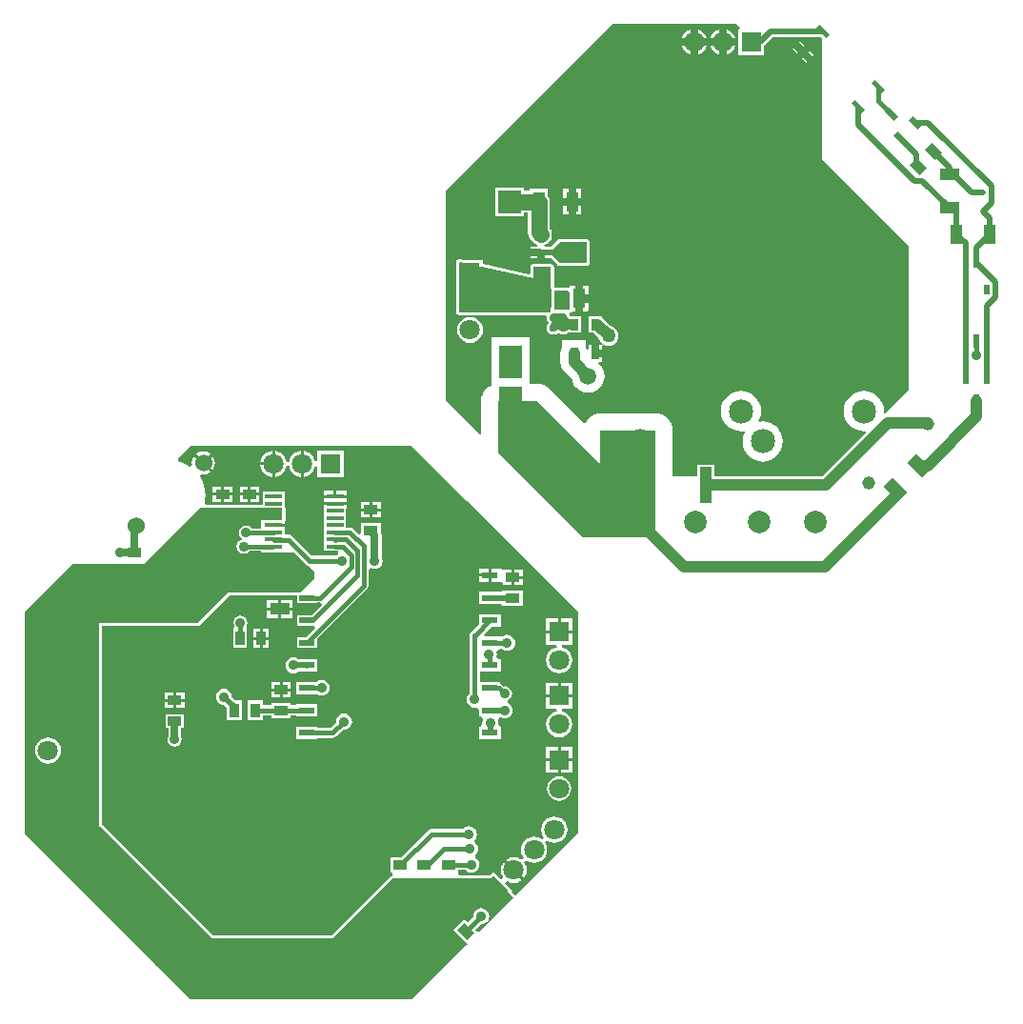
<source format=gbl>
G04 Layer_Physical_Order=2*
G04 Layer_Color=16711680*
%FSLAX44Y44*%
%MOMM*%
G71*
G01*
G75*
%ADD10R,1.8034X1.1120*%
%ADD11C,0.4000*%
%ADD12C,1.0000*%
%ADD13C,0.5000*%
%ADD14C,0.7000*%
%ADD16R,1.8000X1.8000*%
%ADD17C,1.8000*%
%ADD18C,1.5240*%
%ADD19R,1.8000X1.8000*%
%ADD20P,2.5456X4X90.0*%
%ADD21C,1.1684*%
%ADD22C,2.0000*%
%ADD23C,2.1590*%
%ADD24R,2.0000X2.0000*%
%ADD25R,2.0000X3.0000*%
%ADD26C,0.9000*%
%ADD27C,1.5000*%
%ADD28C,0.7000*%
%ADD29C,1.2700*%
%ADD30R,0.8580X1.2446*%
%ADD31R,1.2446X0.8580*%
G04:AMPARAMS|DCode=32|XSize=0.858mm|YSize=1.2446mm|CornerRadius=0mm|HoleSize=0mm|Usage=FLASHONLY|Rotation=225.000|XOffset=0mm|YOffset=0mm|HoleType=Round|Shape=Rectangle|*
%AMROTATEDRECTD32*
4,1,4,-0.1367,0.7434,0.7434,-0.1367,0.1367,-0.7434,-0.7434,0.1367,-0.1367,0.7434,0.0*
%
%ADD32ROTATEDRECTD32*%

%ADD33R,1.4000X0.6000*%
%ADD34R,1.5250X0.4350*%
G04:AMPARAMS|DCode=35|XSize=1.208mm|YSize=0.4564mm|CornerRadius=0mm|HoleSize=0mm|Usage=FLASHONLY|Rotation=135.000|XOffset=0mm|YOffset=0mm|HoleType=Round|Shape=Rectangle|*
%AMROTATEDRECTD35*
4,1,4,0.5885,-0.2657,0.2657,-0.5885,-0.5885,0.2657,-0.2657,0.5885,0.5885,-0.2657,0.0*
%
%ADD35ROTATEDRECTD35*%

G04:AMPARAMS|DCode=36|XSize=1.112mm|YSize=1.8034mm|CornerRadius=0mm|HoleSize=0mm|Usage=FLASHONLY|Rotation=45.000|XOffset=0mm|YOffset=0mm|HoleType=Round|Shape=Rectangle|*
%AMROTATEDRECTD36*
4,1,4,0.2445,-1.0308,-1.0308,0.2445,-0.2445,1.0308,1.0308,-0.2445,0.2445,-1.0308,0.0*
%
%ADD36ROTATEDRECTD36*%

%ADD37R,1.0128X3.2004*%
%ADD38R,0.7000X1.0000*%
%ADD39R,1.1120X1.8034*%
%ADD40R,1.3938X0.4826*%
%ADD41R,1.3938X0.5588*%
%ADD42R,0.5588X0.9144*%
G04:AMPARAMS|DCode=43|XSize=0.5426mm|YSize=1.1572mm|CornerRadius=0mm|HoleSize=0mm|Usage=FLASHONLY|Rotation=225.000|XOffset=0mm|YOffset=0mm|HoleType=Round|Shape=Rectangle|*
%AMROTATEDRECTD43*
4,1,4,-0.2173,0.6010,0.6010,-0.2173,0.2173,-0.6010,-0.6010,0.2173,-0.2173,0.6010,0.0*
%
%ADD43ROTATEDRECTD43*%

%ADD44R,0.5680X1.2588*%
%ADD45R,0.3556X0.4032*%
%ADD46C,1.4000*%
G36*
X513900Y482100D02*
X514730Y481270D01*
X516000Y480000D01*
X516000Y481000D01*
X516000Y481796D01*
Y481796D01*
Y481796D01*
X516000D01*
Y510000D01*
X565000D01*
Y417000D01*
Y415000D01*
X500000D01*
X425000Y490000D01*
Y536000D01*
X460000D01*
X513900Y482100D01*
D02*
G37*
G36*
X639690Y867810D02*
X639252Y866540D01*
X638460D01*
Y843460D01*
X661540D01*
Y851304D01*
X661634Y851366D01*
X669302Y859034D01*
X712396D01*
X712750Y858681D01*
X712750Y751250D01*
X789766Y674234D01*
X789766Y546016D01*
X768901Y525150D01*
X767752Y525694D01*
X767881Y527000D01*
X767538Y530488D01*
X766520Y533843D01*
X764868Y536934D01*
X762644Y539644D01*
X759934Y541868D01*
X756843Y543520D01*
X753488Y544538D01*
X750000Y544881D01*
X746512Y544538D01*
X743157Y543520D01*
X740066Y541868D01*
X737356Y539644D01*
X735132Y536934D01*
X733480Y533843D01*
X732462Y530488D01*
X732119Y527000D01*
X732462Y523512D01*
X733480Y520157D01*
X735132Y517066D01*
X737356Y514356D01*
X740066Y512132D01*
X743157Y510480D01*
X746512Y509462D01*
X750000Y509119D01*
X751307Y509248D01*
X751850Y508099D01*
X712750Y469000D01*
X617544D01*
Y479542D01*
X602336D01*
Y469000D01*
X580073D01*
Y510000D01*
X579783Y512940D01*
X578925Y515768D01*
X577532Y518374D01*
X575658Y520658D01*
X573374Y522532D01*
X570768Y523925D01*
X567940Y524783D01*
X565000Y525073D01*
X516000D01*
X513060Y524783D01*
X510232Y523925D01*
X507626Y522532D01*
X505342Y520658D01*
X503468Y518374D01*
X502517Y516595D01*
X500954Y516362D01*
X470658Y546658D01*
X468374Y548532D01*
X465768Y549925D01*
X462940Y550783D01*
X460000Y551073D01*
X453000D01*
Y593000D01*
X419000D01*
Y549801D01*
X416626Y548532D01*
X414342Y546658D01*
X412468Y544374D01*
X411075Y541768D01*
X410217Y538941D01*
X409927Y536000D01*
Y506732D01*
X408754Y506246D01*
X378885Y536115D01*
Y723391D01*
X526609Y871115D01*
X636385D01*
X639690Y867810D01*
D02*
G37*
G36*
X233250Y440750D02*
Y429750D01*
X214500Y429750D01*
Y422868D01*
X205985D01*
X205529Y423551D01*
X203461Y424932D01*
X201022Y425418D01*
X198584Y424932D01*
X196516Y423551D01*
X195135Y421484D01*
X194650Y419045D01*
X195135Y416606D01*
X196516Y414539D01*
X197183Y414093D01*
X196915Y412745D01*
X196374Y412637D01*
X194307Y411256D01*
X192925Y409189D01*
X192440Y406750D01*
X192925Y404311D01*
X194307Y402244D01*
X196374Y400863D01*
X198813Y400378D01*
X201251Y400863D01*
X203319Y402244D01*
X203775Y402926D01*
X214500D01*
Y401500D01*
X243454Y401500D01*
X254227Y390727D01*
X254227Y390727D01*
X255729Y389723D01*
X256217Y389626D01*
X262000Y383843D01*
Y377375D01*
X249168Y366000D01*
X185000D01*
X157309Y338309D01*
X70250D01*
Y158632D01*
X170882Y58000D01*
X278000Y58000D01*
X331391Y111391D01*
X421609Y111391D01*
X438753Y94247D01*
X408493Y63987D01*
X406720Y64010D01*
X404638Y66092D01*
X409510Y70964D01*
X410000Y70899D01*
X411838Y71141D01*
X413550Y71851D01*
X415021Y72979D01*
X416149Y74450D01*
X416859Y76162D01*
X417101Y78000D01*
X416859Y79838D01*
X416149Y81550D01*
X415021Y83021D01*
X413550Y84149D01*
X411838Y84859D01*
X410000Y85101D01*
X408162Y84859D01*
X406450Y84149D01*
X404979Y83021D01*
X403851Y81550D01*
X403141Y79838D01*
X402899Y78000D01*
X402964Y77510D01*
X398092Y72639D01*
X395169Y75562D01*
X385510Y65903D01*
X397061Y54351D01*
X397903Y53510D01*
X397085Y52579D01*
X348391Y3885D01*
X151609D01*
X121497Y33997D01*
X3885Y151609D01*
Y348391D01*
X46994Y391500D01*
X110346D01*
X140782Y421935D01*
X142042Y422777D01*
X160014Y440750D01*
X203500Y440750D01*
X233250Y440750D01*
D02*
G37*
G36*
X397253Y447253D02*
X397253Y447253D01*
X398513Y446411D01*
X398608Y446392D01*
X446392Y398608D01*
X446411Y398513D01*
X447253Y397253D01*
X447253Y397253D01*
X496115Y348391D01*
Y151609D01*
X440584Y96078D01*
X436491Y100171D01*
X437360Y101039D01*
X430817Y107582D01*
X432469Y109466D01*
X433180Y108920D01*
X435988Y107757D01*
X439000Y107360D01*
X442013Y107757D01*
X444820Y108920D01*
X446214Y109990D01*
X438102Y118102D01*
X429990Y126214D01*
X428920Y124820D01*
X427757Y122013D01*
X427360Y119000D01*
X427757Y115987D01*
X428920Y113180D01*
X429466Y112469D01*
X427582Y110817D01*
X421040Y117360D01*
X417660Y113980D01*
X389925D01*
X389763Y116480D01*
Y119371D01*
X395678D01*
X395979Y118979D01*
X397450Y117851D01*
X399162Y117141D01*
X401000Y116899D01*
X402838Y117141D01*
X404550Y117851D01*
X406021Y118979D01*
X407149Y120450D01*
X407859Y122162D01*
X408101Y124000D01*
X407859Y125838D01*
X407149Y127550D01*
X406021Y129021D01*
X404958Y129837D01*
X404657Y131538D01*
X404751Y132772D01*
X405021Y132979D01*
X406149Y134450D01*
X406859Y136162D01*
X407101Y138000D01*
X406859Y139838D01*
X406149Y141550D01*
X405021Y143021D01*
X404647Y143308D01*
X404101Y145639D01*
X404418Y146496D01*
X405149Y147450D01*
X405859Y149162D01*
X406101Y151000D01*
X405859Y152838D01*
X405149Y154550D01*
X404021Y156021D01*
X402550Y157149D01*
X400838Y157859D01*
X399000Y158101D01*
X397162Y157859D01*
X395450Y157149D01*
X393979Y156021D01*
X393678Y155629D01*
X365750D01*
X363979Y155277D01*
X362477Y154273D01*
X362477Y154273D01*
X338277Y130073D01*
X329237D01*
Y116413D01*
X330806D01*
X331052Y113913D01*
X330400Y113783D01*
X329559Y113222D01*
X276927Y60590D01*
X171954Y60590D01*
X72840Y159704D01*
Y335719D01*
X157309D01*
X158300Y335916D01*
X159140Y336478D01*
X186073Y363410D01*
X246250D01*
Y356254D01*
X263750D01*
Y357177D01*
X266417D01*
X267124Y357317D01*
X268356Y355013D01*
X259097Y345754D01*
X246250D01*
Y336254D01*
X261311D01*
X262347Y333754D01*
X254347Y325754D01*
X246250D01*
Y316254D01*
X263750D01*
Y324343D01*
X308454Y369046D01*
X309282Y370287D01*
X309573Y371750D01*
Y386331D01*
X310757Y387177D01*
X312073Y387696D01*
X313412Y387141D01*
X315250Y386899D01*
X317088Y387141D01*
X318800Y387851D01*
X320271Y388979D01*
X321399Y390450D01*
X322109Y392162D01*
X322351Y394000D01*
X322109Y395838D01*
X321408Y397529D01*
Y416750D01*
X320939Y419107D01*
X320763Y419371D01*
Y427587D01*
X303237D01*
Y418187D01*
X300927Y417230D01*
X295974Y422184D01*
X294733Y423013D01*
X293270Y423303D01*
X289245D01*
Y436105D01*
X289245D01*
Y440165D01*
X290035D01*
Y443610D01*
X269705D01*
Y440165D01*
X270495D01*
Y434595D01*
X270495D01*
Y428255D01*
Y421895D01*
Y415555D01*
Y409195D01*
Y402855D01*
X282449D01*
X282946Y400355D01*
X282450Y400149D01*
X280979Y399021D01*
X280678Y398629D01*
X259417D01*
X242068Y415978D01*
X240566Y416982D01*
X238795Y417334D01*
X238795Y417334D01*
X235005D01*
Y421105D01*
X235795D01*
Y424550D01*
X225630D01*
Y427090D01*
X235795D01*
Y429525D01*
X235840Y429750D01*
Y440750D01*
X235643Y441741D01*
X235081Y442581D01*
X235005Y442632D01*
Y455145D01*
X216255D01*
Y443340D01*
X203500Y443340D01*
X165816Y443340D01*
X165336Y443854D01*
X164254Y445988D01*
X164475Y446908D01*
X164595Y448432D01*
X164858Y451776D01*
X164475Y456644D01*
X163335Y461392D01*
X161467Y465903D01*
X159697Y468792D01*
X159720Y468876D01*
X161289Y470978D01*
X163000Y470752D01*
X165652Y471101D01*
X168124Y472125D01*
X169230Y472974D01*
X162102Y480102D01*
X154974Y487230D01*
X154125Y486124D01*
X153102Y483652D01*
X152752Y481000D01*
X152976Y479304D01*
X150840Y477724D01*
X150792Y477710D01*
X147868Y479502D01*
X143356Y481371D01*
X141118Y481908D01*
X140340Y484666D01*
X151789Y496115D01*
X348391D01*
X397253Y447253D01*
D02*
G37*
%LPC*%
G36*
X595700Y866041D02*
X593380Y865080D01*
X590970Y863230D01*
X589120Y860820D01*
X588159Y858500D01*
X595700D01*
Y866041D01*
D02*
G37*
G36*
X447540Y725540D02*
X422460D01*
Y700460D01*
X447540D01*
Y703378D01*
X451420D01*
Y685735D01*
X451748Y683245D01*
X452146Y682283D01*
X452709Y680924D01*
X453568Y679804D01*
Y678747D01*
X454422D01*
X456273Y676896D01*
X458266Y675367D01*
X460107Y674604D01*
X459855Y673334D01*
X453568D01*
Y671500D01*
X463077D01*
Y668000D01*
X466577D01*
Y662666D01*
X469796D01*
X470046Y662616D01*
X472469D01*
X477800Y656848D01*
X477842Y656818D01*
X477871Y656775D01*
X478249Y656522D01*
X478618Y656254D01*
X478668Y656242D01*
X478711Y656213D01*
X479157Y656125D01*
X479600Y656018D01*
X479651Y656026D01*
X479702Y656016D01*
X504026D01*
X505017Y656213D01*
X505857Y656775D01*
X506419Y657615D01*
X506616Y658606D01*
Y677394D01*
X506419Y678385D01*
X505857Y679225D01*
X505017Y679787D01*
X504026Y679984D01*
X479702D01*
X479677Y679979D01*
X479652Y679983D01*
X479183Y679881D01*
X478711Y679787D01*
X478690Y679772D01*
X478665Y679767D01*
X478271Y679492D01*
X477871Y679225D01*
X477857Y679204D01*
X477836Y679190D01*
X472250Y673384D01*
X470046D01*
X469796Y673334D01*
X466299D01*
X466046Y674604D01*
X467888Y675367D01*
X469881Y676896D01*
X471301Y678747D01*
X472586D01*
Y682839D01*
X472699Y683700D01*
X472586Y684561D01*
Y688653D01*
X471301D01*
X470664Y689483D01*
Y713000D01*
X470336Y715490D01*
X469375Y717811D01*
X469142Y718115D01*
Y724557D01*
X452942D01*
Y722622D01*
X447540D01*
Y725540D01*
D02*
G37*
G36*
X391281Y662348D02*
X390920Y662317D01*
X390556Y662327D01*
X390420Y662275D01*
X390275Y662263D01*
X389952Y662096D01*
X389613Y661966D01*
X389507Y661866D01*
X389377Y661798D01*
X389053Y661540D01*
X388460D01*
Y661067D01*
X388384Y661006D01*
X388290Y660894D01*
X388169Y660813D01*
X387967Y660511D01*
X387733Y660234D01*
X387688Y660095D01*
X387607Y659973D01*
X387537Y659617D01*
X387426Y659271D01*
X387439Y659125D01*
X387410Y658982D01*
Y615000D01*
X387607Y614009D01*
X388169Y613169D01*
X389009Y612607D01*
X390000Y612410D01*
X467026D01*
X468069Y611140D01*
X467842Y610000D01*
X468310Y607643D01*
X469645Y605645D01*
Y605355D01*
X468310Y603357D01*
X467842Y601000D01*
X468310Y598643D01*
X469645Y596645D01*
X471643Y595310D01*
X474000Y594842D01*
X476357Y595310D01*
X478355Y596645D01*
X478645D01*
X480643Y595310D01*
X483000Y594842D01*
X485357Y595310D01*
X487137Y596500D01*
X495960D01*
Y596460D01*
X498500D01*
Y596499D01*
X498501D01*
Y604000D01*
Y611501D01*
X498500D01*
Y611540D01*
X495960D01*
Y611500D01*
X488860D01*
X488689Y612357D01*
X488166Y613140D01*
X488845Y614410D01*
X488858D01*
X489849Y614607D01*
X490689Y615169D01*
X490872Y615443D01*
X493458D01*
Y627000D01*
Y638557D01*
X488858D01*
Y637341D01*
X488626Y637087D01*
X487588Y636473D01*
X487000Y636590D01*
X475142D01*
Y638557D01*
X474590D01*
Y655000D01*
X474393Y655991D01*
X473831Y656831D01*
X472991Y657393D01*
X472000Y657590D01*
X456000D01*
X455009Y657393D01*
X454800Y657253D01*
X453568D01*
Y655793D01*
X453410Y655000D01*
Y649262D01*
X452418Y648470D01*
X411540Y657760D01*
Y661540D01*
X394910D01*
X391567Y662300D01*
X391421Y662304D01*
X391281Y662348D01*
D02*
G37*
G36*
X487458Y709500D02*
X482858D01*
Y701443D01*
X487458D01*
Y709500D01*
D02*
G37*
G36*
X459577Y664500D02*
X453568D01*
Y662666D01*
X459577D01*
Y664500D01*
D02*
G37*
G36*
X602700Y866041D02*
Y858500D01*
X610241D01*
X609280Y860820D01*
X607430Y863230D01*
X605020Y865080D01*
X602700Y866041D01*
D02*
G37*
G36*
X513000Y611605D02*
X512202Y611500D01*
X508040D01*
Y611540D01*
X505500D01*
Y611501D01*
X505499D01*
Y604798D01*
X505395Y604000D01*
X505499Y603202D01*
Y596499D01*
X505500D01*
Y596460D01*
X508040D01*
Y596500D01*
X509745D01*
X514305Y591940D01*
X514339Y591679D01*
X515235Y589517D01*
X516660Y587660D01*
X518033Y586606D01*
X517336Y585540D01*
X516335Y585540D01*
X515000D01*
Y581500D01*
X517540D01*
Y584307D01*
X517540Y585383D01*
X518517Y586235D01*
X519110Y585989D01*
X520679Y585339D01*
X523000Y585033D01*
X525321Y585339D01*
X527483Y586235D01*
X529340Y587660D01*
X530765Y589517D01*
X531661Y591679D01*
X531967Y594000D01*
X531661Y596321D01*
X530765Y598483D01*
X529340Y600340D01*
X527483Y601765D01*
X525321Y602661D01*
X525060Y602696D01*
X518378Y609378D01*
X517500Y610051D01*
Y611500D01*
X513798D01*
X513000Y611605D01*
D02*
G37*
G36*
X505058Y623500D02*
X500458D01*
Y615443D01*
X505058D01*
Y623500D01*
D02*
G37*
G36*
Y638557D02*
X500458D01*
Y630500D01*
X505058D01*
Y638557D01*
D02*
G37*
G36*
X621100Y866041D02*
X618780Y865080D01*
X616370Y863230D01*
X614520Y860820D01*
X613559Y858500D01*
X621100D01*
Y866041D01*
D02*
G37*
G36*
X499058Y709500D02*
X494458D01*
Y701443D01*
X499058D01*
Y709500D01*
D02*
G37*
G36*
X610241Y851500D02*
X602700D01*
Y843959D01*
X605020Y844920D01*
X607430Y846770D01*
X609280Y849180D01*
X610241Y851500D01*
D02*
G37*
G36*
X621100D02*
X613559D01*
X614520Y849180D01*
X616370Y846770D01*
X618780Y844920D01*
X621100Y843959D01*
Y851500D01*
D02*
G37*
G36*
X635641D02*
X628100D01*
Y843959D01*
X630420Y844920D01*
X632830Y846770D01*
X634680Y849180D01*
X635641Y851500D01*
D02*
G37*
G36*
X693459Y855689D02*
X692524Y854754D01*
X696117Y851162D01*
X697051Y852097D01*
X693459Y855689D01*
D02*
G37*
G36*
X687575Y849805D02*
X686640Y848870D01*
X690232Y845278D01*
X691167Y846212D01*
X687575Y849805D01*
D02*
G37*
G36*
X499058Y724557D02*
X494458D01*
Y716500D01*
X499058D01*
Y724557D01*
D02*
G37*
G36*
X487458D02*
X482858D01*
Y716500D01*
X487458D01*
Y724557D01*
D02*
G37*
G36*
X696117Y841263D02*
X695182Y840328D01*
X698774Y836736D01*
X699709Y837671D01*
X696117Y841263D01*
D02*
G37*
G36*
X595700Y851500D02*
X588159D01*
X589120Y849180D01*
X590970Y846770D01*
X593380Y844920D01*
X595700Y843959D01*
Y851500D01*
D02*
G37*
G36*
X702001Y847147D02*
X701066Y846212D01*
X704658Y842620D01*
X705593Y843555D01*
X702001Y847147D01*
D02*
G37*
G36*
X628100Y866041D02*
Y858500D01*
X635641D01*
X634680Y860820D01*
X632830Y863230D01*
X630420Y865080D01*
X628100Y866041D01*
D02*
G37*
G36*
X640800Y544881D02*
X637312Y544538D01*
X633957Y543520D01*
X630866Y541868D01*
X628156Y539644D01*
X625932Y536934D01*
X624280Y533843D01*
X623262Y530488D01*
X622919Y527000D01*
X623262Y523512D01*
X624280Y520157D01*
X625932Y517066D01*
X628156Y514356D01*
X630866Y512132D01*
X633957Y510480D01*
X637312Y509462D01*
X640800Y509119D01*
X643604Y509395D01*
X644404Y508198D01*
X643680Y506843D01*
X642663Y503488D01*
X642319Y500000D01*
X642663Y496511D01*
X643680Y493157D01*
X645332Y490066D01*
X647556Y487356D01*
X650266Y485132D01*
X653357Y483480D01*
X656712Y482462D01*
X660200Y482119D01*
X663688Y482462D01*
X667043Y483480D01*
X670134Y485132D01*
X672844Y487356D01*
X675068Y490066D01*
X676720Y493157D01*
X677738Y496511D01*
X678081Y500000D01*
X677738Y503488D01*
X676720Y506843D01*
X675068Y509934D01*
X672844Y512644D01*
X670134Y514868D01*
X667043Y516520D01*
X663688Y517537D01*
X660200Y517881D01*
X657396Y517605D01*
X656596Y518802D01*
X657320Y520157D01*
X658337Y523512D01*
X658681Y527000D01*
X658337Y530488D01*
X657320Y533843D01*
X655668Y536934D01*
X653444Y539644D01*
X650734Y541868D01*
X647643Y543520D01*
X644288Y544538D01*
X640800Y544881D01*
D02*
G37*
G36*
X400000Y610840D02*
X396987Y610443D01*
X394180Y609280D01*
X391770Y607430D01*
X389920Y605020D01*
X388757Y602212D01*
X388360Y599200D01*
X388757Y596188D01*
X389920Y593380D01*
X391770Y590970D01*
X394180Y589120D01*
X396987Y587957D01*
X400000Y587560D01*
X403013Y587957D01*
X405820Y589120D01*
X408230Y590970D01*
X410080Y593380D01*
X411243Y596188D01*
X411640Y599200D01*
X411243Y602212D01*
X410080Y605020D01*
X408230Y607430D01*
X405820Y609280D01*
X403013Y610443D01*
X400000Y610840D01*
D02*
G37*
G36*
X492500Y590104D02*
X491713Y590000D01*
X482000D01*
Y584008D01*
X480809Y581133D01*
X480396Y578000D01*
Y570500D01*
X480809Y567367D01*
X482018Y564448D01*
X483941Y561941D01*
X490752Y555130D01*
X490873Y554215D01*
X492334Y550687D01*
X494658Y547659D01*
X497687Y545334D01*
X501214Y543873D01*
X505000Y543375D01*
X508785Y543873D01*
X512312Y545334D01*
X515341Y547659D01*
X517665Y550687D01*
X519127Y554215D01*
X519625Y558000D01*
X519127Y561785D01*
X517665Y565313D01*
X515341Y568341D01*
X514148Y569257D01*
X514556Y570460D01*
X517540D01*
Y574500D01*
X511500D01*
Y578000D01*
X508000D01*
Y585540D01*
X505460D01*
Y581224D01*
X504191Y581133D01*
X503000Y584008D01*
Y590000D01*
X493287D01*
X492500Y590104D01*
D02*
G37*
%LPD*%
G36*
X504026Y658606D02*
X479702D01*
X473602Y665206D01*
X470046D01*
Y670794D01*
X473352D01*
X479702Y677394D01*
X504026D01*
Y658606D01*
D02*
G37*
G36*
X456000Y645000D02*
Y655000D01*
X472000D01*
Y634000D01*
Y615760D01*
X471643Y615690D01*
X470611Y615000D01*
X390000D01*
Y658982D01*
X390993Y659774D01*
X456000Y645000D01*
D02*
G37*
G36*
X484000Y614000D02*
X485775Y612225D01*
X485867Y612053D01*
X486013Y611702D01*
X486250Y611346D01*
X486320Y610995D01*
X486418Y610759D01*
X486467Y610509D01*
X486609Y610297D01*
X486707Y610061D01*
X486887Y609881D01*
X487029Y609669D01*
X487241Y609527D01*
X487421Y609347D01*
X487657Y609249D01*
X487869Y609107D01*
X488119Y609058D01*
X488355Y608960D01*
X488610D01*
X488860Y608910D01*
X495911D01*
Y599090D01*
X487137D01*
X486887Y599040D01*
X486632D01*
X486396Y598942D01*
X486146Y598893D01*
X485934Y598751D01*
X485698Y598653D01*
X484346Y597750D01*
X483000Y597482D01*
X481654Y597750D01*
X480084Y598799D01*
X479849Y598896D01*
X479636Y599038D01*
X479386Y599088D01*
X479151Y599185D01*
X478896D01*
X478645Y599235D01*
X478355D01*
X478104Y599185D01*
X477849D01*
X477614Y599088D01*
X477364Y599038D01*
X477151Y598896D01*
X476916Y598799D01*
X475346Y597750D01*
X474000Y597482D01*
X472654Y597750D01*
X471512Y598512D01*
X470750Y599654D01*
X470482Y601000D01*
X470750Y602346D01*
X471799Y603916D01*
X471896Y604151D01*
X472038Y604364D01*
X472088Y604614D01*
X472185Y604849D01*
Y605104D01*
X472235Y605355D01*
Y605645D01*
X472185Y605896D01*
Y606151D01*
X472088Y606386D01*
X472038Y606637D01*
X471896Y606849D01*
X471799Y607084D01*
X470750Y608654D01*
X470482Y610000D01*
X470608Y610635D01*
Y610763D01*
X470646Y610886D01*
X470620Y611144D01*
X470617Y611655D01*
X471221Y612349D01*
X471602Y612607D01*
X471814Y612749D01*
X472050Y612847D01*
X472762Y613322D01*
X472991Y613368D01*
X473203Y613510D01*
X473439Y613607D01*
X473619Y613787D01*
X473831Y613929D01*
X473895Y614024D01*
X484000Y614000D01*
D02*
G37*
G36*
X488858Y632142D02*
Y617000D01*
X475142D01*
Y634000D01*
X487000D01*
X488858Y632142D01*
D02*
G37*
%LPC*%
G36*
X24950Y236890D02*
X21937Y236493D01*
X19130Y235330D01*
X16720Y233480D01*
X14870Y231070D01*
X13707Y228263D01*
X13311Y225250D01*
X13707Y222237D01*
X14870Y219430D01*
X16720Y217020D01*
X19130Y215170D01*
X21937Y214007D01*
X24950Y213610D01*
X27963Y214007D01*
X30770Y215170D01*
X33180Y217020D01*
X35030Y219430D01*
X36193Y222237D01*
X36590Y225250D01*
X36193Y228263D01*
X35030Y231070D01*
X33180Y233480D01*
X30770Y235330D01*
X27963Y236493D01*
X24950Y236890D01*
D02*
G37*
G36*
X477980Y342540D02*
X467710D01*
Y332270D01*
X477980D01*
Y342540D01*
D02*
G37*
G36*
X221073Y333763D02*
X215513D01*
Y326270D01*
X221073D01*
Y333763D01*
D02*
G37*
G36*
X490790Y342540D02*
X480520D01*
Y332270D01*
X490790D01*
Y342540D01*
D02*
G37*
G36*
X229730Y349772D02*
X219443D01*
Y342942D01*
X229730D01*
Y349772D01*
D02*
G37*
G36*
X212973Y323730D02*
X207413D01*
Y316237D01*
X212973D01*
Y323730D01*
D02*
G37*
G36*
X427354Y346544D02*
X408274D01*
Y338006D01*
X401227Y330959D01*
X401147Y330840D01*
X400977Y330670D01*
X399973Y329168D01*
X399621Y327397D01*
X399621Y327396D01*
Y275822D01*
X399229Y275521D01*
X398101Y274050D01*
X397391Y272338D01*
X397149Y270500D01*
X397391Y268662D01*
X398101Y266950D01*
X399229Y265479D01*
X400700Y264351D01*
X402412Y263641D01*
X404250Y263399D01*
X405774Y263600D01*
X406335Y263437D01*
X408274Y261841D01*
Y255464D01*
X410168D01*
X410834Y254706D01*
X411608Y252964D01*
X411141Y251838D01*
X410899Y250000D01*
X411025Y249044D01*
X409408Y246544D01*
X408274D01*
Y235464D01*
X427354D01*
Y246544D01*
X426592D01*
X424975Y249044D01*
X425101Y250000D01*
X424859Y251838D01*
X426193Y254429D01*
X427450Y254851D01*
X429162Y254141D01*
X431000Y253899D01*
X432838Y254141D01*
X434550Y254851D01*
X436021Y255979D01*
X437149Y257450D01*
X437859Y259162D01*
X438101Y261000D01*
X437859Y262838D01*
X437149Y264550D01*
X436021Y266021D01*
X434550Y267149D01*
X433514Y267579D01*
X433453Y269641D01*
X433522Y270168D01*
X435506Y271494D01*
X436887Y273561D01*
X437373Y276000D01*
X436887Y278439D01*
X435506Y280506D01*
X433439Y281887D01*
X431000Y282372D01*
X430195Y282212D01*
X428704Y283704D01*
X427463Y284533D01*
X426564Y284711D01*
Y285754D01*
X411379D01*
X409064Y285754D01*
X408879Y288177D01*
Y295464D01*
X427354D01*
Y306544D01*
X425348D01*
X423645Y308905D01*
X423644Y309044D01*
X423871Y310765D01*
X423629Y312603D01*
X423480Y312964D01*
X424927Y315287D01*
X427354Y315464D01*
X429578Y314797D01*
X431162Y314141D01*
X433000Y313899D01*
X434838Y314141D01*
X436550Y314851D01*
X438021Y315979D01*
X439149Y317450D01*
X439859Y319162D01*
X440101Y321000D01*
X439859Y322838D01*
X439149Y324550D01*
X438021Y326021D01*
X436550Y327149D01*
X434838Y327859D01*
X433000Y328101D01*
X431162Y327859D01*
X429581Y327204D01*
X427354Y326544D01*
X427354Y326544D01*
X413171D01*
X412214Y328854D01*
X418824Y335464D01*
X427354D01*
Y346544D01*
D02*
G37*
G36*
X221073Y323730D02*
X215513D01*
Y316237D01*
X221073D01*
Y323730D01*
D02*
G37*
G36*
X212973Y333763D02*
X207413D01*
Y326270D01*
X212973D01*
Y333763D01*
D02*
G37*
G36*
X196000Y345373D02*
X193561Y344887D01*
X191494Y343506D01*
X190113Y341439D01*
X189628Y339000D01*
X190113Y336561D01*
X190840Y335473D01*
X189717Y332973D01*
X189717D01*
Y317027D01*
X201797D01*
Y332973D01*
X201797Y332973D01*
X201160Y335473D01*
X201887Y336561D01*
X202372Y339000D01*
X201887Y341439D01*
X200506Y343506D01*
X198439Y344887D01*
X196000Y345373D01*
D02*
G37*
G36*
X439270Y386073D02*
Y380513D01*
X446763D01*
Y386073D01*
X439270D01*
D02*
G37*
G36*
X416544Y379730D02*
X408274D01*
Y375460D01*
X416544D01*
Y379730D01*
D02*
G37*
G36*
Y386540D02*
X408274D01*
Y382270D01*
X416544D01*
Y386540D01*
D02*
G37*
G36*
X320763Y437973D02*
X313270D01*
Y432413D01*
X320763D01*
Y437973D01*
D02*
G37*
G36*
X310730D02*
X303237D01*
Y432413D01*
X310730D01*
Y437973D01*
D02*
G37*
G36*
X446763Y377973D02*
X439270D01*
Y372413D01*
X446763D01*
Y377973D01*
D02*
G37*
G36*
X229730Y359142D02*
X219443D01*
Y352312D01*
X229730D01*
Y359142D01*
D02*
G37*
G36*
X242557Y349772D02*
X232270D01*
Y342942D01*
X242557D01*
Y349772D01*
D02*
G37*
G36*
Y359142D02*
X232270D01*
Y352312D01*
X242557D01*
Y359142D01*
D02*
G37*
G36*
X427354Y386540D02*
X426930Y386540D01*
X419084D01*
Y381000D01*
Y375460D01*
X426737D01*
X427354Y375460D01*
X429237Y373970D01*
Y372413D01*
X436730D01*
Y379243D01*
Y386073D01*
X429660D01*
X427354Y386540D01*
D02*
G37*
G36*
X429237Y367587D02*
X427354Y366544D01*
X408274D01*
Y355464D01*
X427354D01*
X429237Y353975D01*
Y353927D01*
X446763D01*
Y367587D01*
X429237D01*
Y367587D01*
D02*
G37*
G36*
X490790Y329730D02*
X479250D01*
X467710D01*
Y319460D01*
X476963D01*
X477127Y316960D01*
X476237Y316843D01*
X473430Y315680D01*
X471020Y313830D01*
X469170Y311420D01*
X468007Y308612D01*
X467610Y305600D01*
X468007Y302588D01*
X469170Y299780D01*
X471020Y297370D01*
X473430Y295520D01*
X476237Y294357D01*
X479250Y293960D01*
X482262Y294357D01*
X485070Y295520D01*
X487480Y297370D01*
X489330Y299780D01*
X490493Y302588D01*
X490890Y305600D01*
X490493Y308612D01*
X489330Y311420D01*
X487480Y313830D01*
X485070Y315680D01*
X482262Y316843D01*
X481373Y316960D01*
X481537Y319460D01*
X490790D01*
Y329730D01*
D02*
G37*
G36*
X490790Y272730D02*
X479250D01*
X467710D01*
Y262460D01*
X476963D01*
X477127Y259960D01*
X476237Y259843D01*
X473430Y258680D01*
X471020Y256830D01*
X469170Y254420D01*
X468007Y251613D01*
X467611Y248600D01*
X468007Y245588D01*
X469170Y242780D01*
X471020Y240370D01*
X473430Y238520D01*
X476237Y237357D01*
X479250Y236961D01*
X482263Y237357D01*
X485070Y238520D01*
X487480Y240370D01*
X489330Y242780D01*
X490493Y245588D01*
X490890Y248600D01*
X490493Y251613D01*
X489330Y254420D01*
X487480Y256830D01*
X485070Y258680D01*
X482263Y259843D01*
X481373Y259960D01*
X481537Y262460D01*
X490790D01*
Y272730D01*
D02*
G37*
G36*
X137500Y257603D02*
X135962Y257297D01*
X129527D01*
Y245217D01*
X132147D01*
Y238239D01*
X131613Y237439D01*
X131128Y235000D01*
X131613Y232561D01*
X132994Y230494D01*
X135061Y229113D01*
X137500Y228628D01*
X139939Y229113D01*
X142006Y230494D01*
X143387Y232561D01*
X143872Y235000D01*
X143387Y237439D01*
X142853Y238239D01*
Y245217D01*
X145473D01*
Y257297D01*
X139038D01*
X137500Y257603D01*
D02*
G37*
G36*
X490790Y228440D02*
X480520D01*
Y218170D01*
X490790D01*
Y228440D01*
D02*
G37*
G36*
X216073Y269763D02*
X202413D01*
Y252237D01*
X216073D01*
Y256371D01*
X223237D01*
Y253927D01*
X240763D01*
Y256371D01*
X245460D01*
Y255464D01*
X264540D01*
Y266544D01*
X245460D01*
Y265629D01*
X240763D01*
Y267587D01*
X223237D01*
Y265629D01*
X216073D01*
Y269763D01*
D02*
G37*
G36*
X181250Y280101D02*
X179412Y279859D01*
X177700Y279149D01*
X176229Y278021D01*
X175101Y276550D01*
X174391Y274838D01*
X174149Y273000D01*
X174391Y271162D01*
X175101Y269450D01*
X176229Y267979D01*
X177700Y266851D01*
X179412Y266141D01*
X181058Y265924D01*
X183927Y263056D01*
Y252237D01*
X197587D01*
Y269763D01*
X191754D01*
X188326Y273192D01*
X188109Y274838D01*
X187399Y276550D01*
X186271Y278021D01*
X184800Y279149D01*
X183088Y279859D01*
X181250Y280101D01*
D02*
G37*
G36*
X288000Y258101D02*
X286162Y257859D01*
X284450Y257149D01*
X282979Y256021D01*
X281851Y254550D01*
X281141Y252838D01*
X280899Y251000D01*
X280964Y250510D01*
X276083Y245629D01*
X264540D01*
Y246544D01*
X245460D01*
Y235464D01*
X264540D01*
Y236371D01*
X278000D01*
X278000Y236371D01*
X279771Y236723D01*
X281273Y237727D01*
X287510Y243964D01*
X288000Y243899D01*
X289838Y244141D01*
X291550Y244851D01*
X293021Y245979D01*
X294149Y247450D01*
X294859Y249162D01*
X295101Y251000D01*
X294859Y252838D01*
X294149Y254550D01*
X293021Y256021D01*
X291550Y257149D01*
X289838Y257859D01*
X288000Y258101D01*
D02*
G37*
G36*
X477980Y215630D02*
X467710D01*
Y205360D01*
X477980D01*
Y215630D01*
D02*
G37*
G36*
X479250Y202343D02*
X476444Y201973D01*
X473829Y200890D01*
X471583Y199167D01*
X469860Y196921D01*
X468777Y194306D01*
X468407Y191500D01*
X468777Y188694D01*
X469860Y186079D01*
X471583Y183833D01*
X473829Y182110D01*
X476444Y181027D01*
X479250Y180657D01*
X482056Y181027D01*
X484671Y182110D01*
X486917Y183833D01*
X488640Y186079D01*
X489723Y188694D01*
X490093Y191500D01*
X489723Y194306D01*
X488640Y196921D01*
X486917Y199167D01*
X484671Y200890D01*
X482056Y201973D01*
X479250Y202343D01*
D02*
G37*
G36*
X474921Y166561D02*
X471908Y166164D01*
X469101Y165001D01*
X466691Y163151D01*
X464841Y160741D01*
X463678Y157934D01*
X463282Y154921D01*
X463678Y151909D01*
X464841Y149101D01*
X465756Y147908D01*
X463973Y146125D01*
X462780Y147041D01*
X459973Y148203D01*
X456960Y148600D01*
X453948Y148203D01*
X451141Y147041D01*
X448730Y145191D01*
X446880Y142780D01*
X445718Y139973D01*
X445321Y136960D01*
X445718Y133948D01*
X446880Y131141D01*
X447796Y129948D01*
X446013Y128165D01*
X444820Y129080D01*
X442013Y130243D01*
X439000Y130639D01*
X435988Y130243D01*
X433180Y129080D01*
X431786Y128010D01*
X439898Y119898D01*
X448010Y111786D01*
X449080Y113180D01*
X450243Y115987D01*
X450640Y119000D01*
X450243Y122013D01*
X449080Y124820D01*
X448165Y126013D01*
X449948Y127796D01*
X451141Y126880D01*
X453948Y125718D01*
X456960Y125321D01*
X459973Y125718D01*
X462780Y126880D01*
X465191Y128730D01*
X467041Y131141D01*
X468204Y133948D01*
X468600Y136960D01*
X468204Y139973D01*
X467041Y142780D01*
X466125Y143973D01*
X467908Y145756D01*
X469101Y144841D01*
X471908Y143678D01*
X474921Y143281D01*
X477934Y143678D01*
X480741Y144841D01*
X483151Y146691D01*
X485001Y149101D01*
X486164Y151909D01*
X486561Y154921D01*
X486164Y157934D01*
X485001Y160741D01*
X483151Y163151D01*
X480741Y165001D01*
X477934Y166164D01*
X474921Y166561D01*
D02*
G37*
G36*
X477980Y228440D02*
X467710D01*
Y218170D01*
X477980D01*
Y228440D01*
D02*
G37*
G36*
X490790Y215630D02*
X480520D01*
Y205360D01*
X490790D01*
Y215630D01*
D02*
G37*
G36*
Y285540D02*
X480520D01*
Y275270D01*
X490790D01*
Y285540D01*
D02*
G37*
G36*
X477980D02*
X467710D01*
Y275270D01*
X477980D01*
Y285540D01*
D02*
G37*
G36*
X268000Y288101D02*
X266162Y287859D01*
X264450Y287149D01*
X263661Y286544D01*
X245460D01*
Y275464D01*
X263650D01*
X264450Y274851D01*
X266162Y274141D01*
X268000Y273899D01*
X269838Y274141D01*
X271550Y274851D01*
X273021Y275979D01*
X274149Y277450D01*
X274859Y279162D01*
X275101Y281000D01*
X274859Y282838D01*
X274149Y284550D01*
X273021Y286021D01*
X271550Y287149D01*
X269838Y287859D01*
X268000Y288101D01*
D02*
G37*
G36*
X243000Y308101D02*
X241162Y307859D01*
X239450Y307149D01*
X237979Y306021D01*
X236851Y304550D01*
X236141Y302838D01*
X235899Y301000D01*
X236141Y299162D01*
X236851Y297450D01*
X237979Y295979D01*
X239450Y294851D01*
X241162Y294141D01*
X243000Y293899D01*
X244838Y294141D01*
X246550Y294851D01*
X247350Y295464D01*
X264540D01*
Y306544D01*
X247339D01*
X246550Y307149D01*
X244838Y307859D01*
X243000Y308101D01*
D02*
G37*
G36*
X240763Y286073D02*
X233270D01*
Y280513D01*
X240763D01*
Y286073D01*
D02*
G37*
G36*
X230730D02*
X223237D01*
Y280513D01*
X230730D01*
Y286073D01*
D02*
G37*
G36*
X136230Y276573D02*
X128737D01*
Y271013D01*
X136230D01*
Y276573D01*
D02*
G37*
G36*
X146263Y268473D02*
X138770D01*
Y262913D01*
X146263D01*
Y268473D01*
D02*
G37*
G36*
X136230D02*
X128737D01*
Y262913D01*
X136230D01*
Y268473D01*
D02*
G37*
G36*
X240763Y277973D02*
X233270D01*
Y272413D01*
X240763D01*
Y277973D01*
D02*
G37*
G36*
X230730D02*
X223237D01*
Y272413D01*
X230730D01*
Y277973D01*
D02*
G37*
G36*
X146263Y276573D02*
X138770D01*
Y271013D01*
X146263D01*
Y276573D01*
D02*
G37*
G36*
X310730Y446073D02*
X303237D01*
Y440513D01*
X310730D01*
Y446073D01*
D02*
G37*
G36*
X278600Y455935D02*
X269705D01*
Y452490D01*
X278600D01*
Y455935D01*
D02*
G37*
G36*
X212763Y451973D02*
X205270D01*
Y446413D01*
X212763D01*
Y451973D01*
D02*
G37*
G36*
X290035Y455935D02*
X281140D01*
Y452490D01*
X290035D01*
Y455935D01*
D02*
G37*
G36*
X202730Y460073D02*
X195237D01*
Y454513D01*
X202730D01*
Y460073D01*
D02*
G37*
G36*
X178730D02*
X171237D01*
Y454513D01*
X178730D01*
Y460073D01*
D02*
G37*
G36*
X290035Y449950D02*
X269705D01*
Y446505D01*
Y446150D01*
X290035D01*
Y446505D01*
Y449950D01*
D02*
G37*
G36*
X320763Y446073D02*
X313270D01*
Y440513D01*
X320763D01*
Y446073D01*
D02*
G37*
G36*
X178730Y451973D02*
X171237D01*
Y446413D01*
X178730D01*
Y451973D01*
D02*
G37*
G36*
X202730D02*
X195237D01*
Y446413D01*
X202730D01*
Y451973D01*
D02*
G37*
G36*
X188763D02*
X181270D01*
Y446413D01*
X188763D01*
Y451973D01*
D02*
G37*
G36*
Y460073D02*
X181270D01*
Y454513D01*
X188763D01*
Y460073D01*
D02*
G37*
G36*
X287590Y491590D02*
X264510D01*
Y482337D01*
X262010Y482173D01*
X261893Y483063D01*
X260730Y485870D01*
X258880Y488280D01*
X256470Y490130D01*
X253662Y491293D01*
X251920Y491522D01*
Y480050D01*
Y468578D01*
X253662Y468807D01*
X256470Y469970D01*
X258880Y471820D01*
X260730Y474230D01*
X261893Y477038D01*
X262010Y477927D01*
X264510Y477763D01*
Y468510D01*
X287590D01*
Y491590D01*
D02*
G37*
G36*
X163000Y491248D02*
X160348Y490899D01*
X157876Y489875D01*
X156770Y489026D01*
X163000Y482796D01*
X169230Y489026D01*
X168124Y489875D01*
X165652Y490899D01*
X163000Y491248D01*
D02*
G37*
G36*
X223980Y478780D02*
X213778D01*
X214007Y477038D01*
X215170Y474230D01*
X217020Y471820D01*
X219430Y469970D01*
X222237Y468807D01*
X223980Y468578D01*
Y478780D01*
D02*
G37*
G36*
X212763Y460073D02*
X205270D01*
Y454513D01*
X212763D01*
Y460073D01*
D02*
G37*
G36*
X171026Y487230D02*
X164796Y481000D01*
X171026Y474770D01*
X171875Y475876D01*
X172899Y478348D01*
X173248Y481000D01*
X172899Y483652D01*
X171875Y486124D01*
X171026Y487230D01*
D02*
G37*
G36*
X249380Y491522D02*
X247637Y491293D01*
X244830Y490130D01*
X242419Y488280D01*
X240570Y485870D01*
X239407Y483063D01*
X239211Y481572D01*
X236689D01*
X236493Y483063D01*
X235330Y485870D01*
X233480Y488280D01*
X231070Y490130D01*
X228263Y491293D01*
X226520Y491522D01*
Y480050D01*
Y468578D01*
X228263Y468807D01*
X231070Y469970D01*
X233480Y471820D01*
X235330Y474230D01*
X236493Y477038D01*
X236689Y478528D01*
X239211D01*
X239407Y477038D01*
X240570Y474230D01*
X242419Y471820D01*
X244830Y469970D01*
X247637Y468807D01*
X249380Y468578D01*
Y480050D01*
Y491522D01*
D02*
G37*
G36*
X223980D02*
X222237Y491293D01*
X219430Y490130D01*
X217020Y488280D01*
X215170Y485870D01*
X214007Y483063D01*
X213778Y481320D01*
X223980D01*
Y491522D01*
D02*
G37*
%LPD*%
D10*
X826000Y737458D02*
D03*
Y707542D02*
D03*
X231000Y380958D02*
D03*
Y351042D02*
D03*
D11*
X195750Y325000D02*
X196000Y325250D01*
X417814Y301000D02*
Y309722D01*
X209243Y261000D02*
X255000D01*
X196000Y325250D02*
Y339000D01*
X208750Y261000D02*
X209243D01*
X338000Y123250D02*
X365750Y151000D01*
X278000Y241000D02*
X288000Y251000D01*
X255000Y241000D02*
X278000D01*
X300000Y381250D02*
Y402750D01*
X289630Y413120D02*
X300000Y402750D01*
X279870Y413120D02*
X289630D01*
X259750Y341000D02*
X300000Y381250D01*
X255000Y341000D02*
X259750D01*
X198813Y406750D02*
X224098D01*
X201022Y419045D02*
X225195D01*
X226045Y412705D02*
X238795D01*
X225630Y413120D02*
X226045Y412705D01*
X255000Y321000D02*
X305750Y371750D01*
X257500Y394000D02*
X286000D01*
X238795Y412705D02*
X257500Y394000D01*
X195750Y338750D02*
X196000Y339000D01*
X293270Y419480D02*
X305750Y407000D01*
X286637Y406780D02*
X294250Y399167D01*
X266417Y361000D02*
X294250Y388833D01*
Y399167D01*
X305750Y371750D02*
Y407000D01*
X225195Y419045D02*
X225630Y419480D01*
X255000Y361000D02*
X266417D01*
X365750Y151000D02*
X399000D01*
X255000Y281000D02*
X268000D01*
X279870Y419480D02*
X293270D01*
X385000Y123250D02*
X385750Y124000D01*
X401000D01*
X362000Y123250D02*
X376750Y138000D01*
X400000D01*
X404250Y270500D02*
Y327397D01*
X404520Y327666D01*
X404500Y327686D02*
X404520Y327666D01*
X404500Y327686D02*
X417814Y341000D01*
X416770Y310765D02*
X417814Y309722D01*
X417814Y321000D02*
X433000D01*
X398000Y66000D02*
X410000Y78000D01*
X397000Y66000D02*
X398000D01*
X279870Y412705D02*
Y413120D01*
X850000Y576778D02*
Y589422D01*
X762750Y802750D02*
Y815500D01*
Y802750D02*
X774566Y790934D01*
X426000Y281000D02*
X431000Y276000D01*
X417814Y281000D02*
X426000D01*
X279870Y406780D02*
X286637D01*
D12*
X778500Y451000D02*
Y457500D01*
X771270Y516033D02*
X807033D01*
X513000Y604000D02*
X523000Y594000D01*
X716237Y461000D02*
X771270Y516033D01*
X609940Y461000D02*
X716237D01*
X492500Y570500D02*
Y578000D01*
Y570500D02*
X505000Y558000D01*
X799577Y478577D02*
X806577D01*
X715770Y388270D02*
X778500Y451000D01*
X589730Y388270D02*
X715770D01*
X550000Y428000D02*
X589730Y388270D01*
X806577Y478577D02*
X850000Y522000D01*
Y535922D01*
D13*
X243000Y301000D02*
X255000D01*
X100750Y401000D02*
X102000Y402250D01*
X417814Y241000D02*
X418000Y241186D01*
X744790Y797540D02*
X745149Y797180D01*
Y781450D02*
Y797180D01*
Y781450D02*
X794872Y731727D01*
X810041Y759041D02*
X826000Y743081D01*
X794872Y731727D02*
X801815D01*
X181250Y273000D02*
X190250Y264000D01*
Y261000D02*
Y264000D01*
X102000Y424000D02*
X103000Y425000D01*
X650000Y855000D02*
X658000D01*
X667173Y864173D01*
X714077D01*
X418000Y241186D02*
Y250000D01*
X417814Y261000D02*
X431000D01*
X417814D02*
X417814Y261000D01*
X255000Y300943D02*
Y301000D01*
X417814Y361000D02*
X434042D01*
X434042Y361000D01*
X840460Y556790D02*
X840500Y556750D01*
X840460Y556790D02*
Y610210D01*
X859500Y556750D02*
X859540Y556790D01*
X859500Y610250D02*
X859540Y610210D01*
Y556790D02*
Y610210D01*
X840460Y610210D02*
X840500Y610250D01*
Y635000D01*
X840500Y635000D02*
X840500Y635000D01*
X859500Y610250D02*
Y620506D01*
X867334Y628340D01*
Y641660D01*
X850118Y658876D02*
X867334Y641660D01*
X850000Y658876D02*
X850118D01*
X850000D02*
Y672042D01*
X862208Y684250D01*
X840500Y635000D02*
Y676042D01*
X832292Y684250D02*
X840500Y676042D01*
X832250Y684292D02*
X832292Y684250D01*
X832250Y684292D02*
Y707292D01*
X862208Y684250D02*
Y698299D01*
X856000Y704507D02*
X862208Y698299D01*
X832250Y734750D02*
X845507Y721493D01*
X807199Y783301D02*
X863250Y727250D01*
Y711757D02*
Y727250D01*
X856000Y704507D02*
X863250Y711757D01*
X845507Y721493D02*
X855710D01*
X795669Y783301D02*
X807199D01*
X826000Y737458D02*
Y743081D01*
X782199Y769831D02*
X796959Y755070D01*
Y745959D02*
Y755070D01*
X801815Y731727D02*
X826000Y707542D01*
D14*
X137500Y235000D02*
Y251257D01*
Y252250D01*
X315250Y394000D02*
Y416750D01*
X312250Y419750D02*
X315250Y416750D01*
X102000Y402250D02*
Y424000D01*
X89000Y401000D02*
X100750D01*
D16*
X479250Y331000D02*
D03*
X479250Y216900D02*
D03*
Y274000D02*
D03*
X400000Y650000D02*
D03*
X24950Y276050D02*
D03*
D17*
X479250Y305600D02*
D03*
X479250Y191500D02*
D03*
Y248600D02*
D03*
X250650Y480050D02*
D03*
X225250D02*
D03*
X439000Y119000D02*
D03*
X456960Y136960D02*
D03*
X474921Y154921D02*
D03*
X624600Y855000D02*
D03*
X599200D02*
D03*
X400000Y624600D02*
D03*
Y599200D02*
D03*
X24950Y250650D02*
D03*
Y225250D02*
D03*
D18*
X163000Y481000D02*
D03*
X103000Y425000D02*
D03*
D19*
X276050Y480050D02*
D03*
X650000Y855000D02*
D03*
D20*
X421040Y101039D02*
D03*
D21*
X807000Y516000D02*
D03*
X753967Y462967D02*
D03*
D22*
X657000Y428000D02*
D03*
X707000D02*
D03*
X550000D02*
D03*
X600000D02*
D03*
D23*
X660200Y500000D02*
D03*
X605600D02*
D03*
X551000D02*
D03*
X750000Y527000D02*
D03*
X695400D02*
D03*
X640800D02*
D03*
D24*
X435000Y738000D02*
D03*
X435000Y713000D02*
D03*
D25*
X436000Y534000D02*
D03*
Y571000D02*
D03*
D26*
X232000Y242500D02*
D03*
X137500Y235000D02*
D03*
X207000Y285250D02*
D03*
X198813Y406750D02*
D03*
X201022Y419045D02*
D03*
X315250Y394000D02*
D03*
X214000Y308750D02*
D03*
X262000Y410250D02*
D03*
X89000Y401000D02*
D03*
X214000Y351250D02*
D03*
X230750Y338500D02*
D03*
X196000Y339000D02*
D03*
X286000Y394000D02*
D03*
X399000Y151000D02*
D03*
X268000Y281000D02*
D03*
X288000Y251000D02*
D03*
X266250Y311250D02*
D03*
X400000Y138000D02*
D03*
X401000Y124000D02*
D03*
X404250Y270500D02*
D03*
X416770Y310765D02*
D03*
X433000Y321000D02*
D03*
X181250Y273000D02*
D03*
X243000Y301000D02*
D03*
X410000Y78000D02*
D03*
X418000Y250000D02*
D03*
X431000Y261000D02*
D03*
X850000Y576778D02*
D03*
X431000Y276000D02*
D03*
X329000Y438000D02*
D03*
X362000Y409000D02*
D03*
X352500Y467500D02*
D03*
X373000Y447000D02*
D03*
X400000Y420000D02*
D03*
X422500Y397500D02*
D03*
X296000Y444000D02*
D03*
X246500Y425000D02*
D03*
X247750Y351000D02*
D03*
D27*
X505000Y558000D02*
D03*
D28*
X521000Y579000D02*
D03*
X545000Y580000D02*
D03*
X508000Y615000D02*
D03*
X503000Y713000D02*
D03*
X497000Y642000D02*
D03*
X508000Y627000D02*
D03*
X474000Y601000D02*
D03*
Y610000D02*
D03*
X483000Y601000D02*
D03*
Y610000D02*
D03*
D29*
X523000Y594000D02*
D03*
D30*
X190757Y261000D02*
D03*
X209243D02*
D03*
X195757Y325000D02*
D03*
X214243D02*
D03*
D31*
X137500Y251257D02*
D03*
Y269743D02*
D03*
X180000Y434757D02*
D03*
Y453243D02*
D03*
X204000Y434757D02*
D03*
Y453243D02*
D03*
X312000Y420757D02*
D03*
Y439243D02*
D03*
X232000Y260757D02*
D03*
Y279243D02*
D03*
X102000Y382757D02*
D03*
Y401243D02*
D03*
X381000Y104757D02*
D03*
X381000Y123243D02*
D03*
X438000Y360757D02*
D03*
X438000Y379243D02*
D03*
X338000Y104757D02*
D03*
Y123243D02*
D03*
X359000Y104757D02*
D03*
Y123243D02*
D03*
D32*
X798714Y744464D02*
D03*
X811786Y757536D02*
D03*
X383464Y51464D02*
D03*
X396536Y64536D02*
D03*
D33*
X255000Y381000D02*
D03*
X417814Y381000D02*
D03*
Y241004D02*
D03*
X255000Y361004D02*
D03*
X255000Y341004D02*
D03*
Y321004D02*
D03*
X255000Y301004D02*
D03*
Y281004D02*
D03*
X255000Y261004D02*
D03*
X255000Y241004D02*
D03*
X417814Y361004D02*
D03*
X417814Y341004D02*
D03*
X417814Y321004D02*
D03*
X417814Y301004D02*
D03*
X417814Y281004D02*
D03*
X417814Y261004D02*
D03*
D34*
X225630Y406780D02*
D03*
Y413120D02*
D03*
X225630Y419480D02*
D03*
X225630Y425820D02*
D03*
Y432180D02*
D03*
X225630Y438520D02*
D03*
Y444880D02*
D03*
Y451220D02*
D03*
X279870Y451220D02*
D03*
Y444880D02*
D03*
X279870Y438520D02*
D03*
X279870Y432180D02*
D03*
Y425820D02*
D03*
Y419480D02*
D03*
Y413120D02*
D03*
Y406780D02*
D03*
D35*
X762750Y815500D02*
D03*
X744790Y797540D02*
D03*
X696117Y846212D02*
D03*
X714077Y864173D02*
D03*
D36*
X799577Y478577D02*
D03*
X778423Y457423D02*
D03*
D37*
X609940Y461000D02*
D03*
X552060D02*
D03*
D38*
X511500Y578000D02*
D03*
Y604000D02*
D03*
X502000D02*
D03*
X492500D02*
D03*
Y578000D02*
D03*
D39*
X461042Y713000D02*
D03*
X490958D02*
D03*
X467042Y627000D02*
D03*
X496958D02*
D03*
X862208Y684250D02*
D03*
X832292D02*
D03*
D40*
X463077Y652300D02*
D03*
Y683700D02*
D03*
D41*
Y668000D02*
D03*
D42*
X850000Y658876D02*
D03*
X840500Y635000D02*
D03*
X859500D02*
D03*
D43*
X795669Y783301D02*
D03*
X782199Y769831D02*
D03*
X774566Y790934D02*
D03*
D44*
X850000Y535922D02*
D03*
X859500Y556750D02*
D03*
X840500D02*
D03*
X850000Y589422D02*
D03*
X859500Y610250D02*
D03*
X840500D02*
D03*
D45*
X856000Y721493D02*
D03*
Y704507D02*
D03*
D46*
X435000Y713000D02*
X461042D01*
Y685735D02*
Y713000D01*
Y685735D02*
X463077Y683700D01*
M02*

</source>
